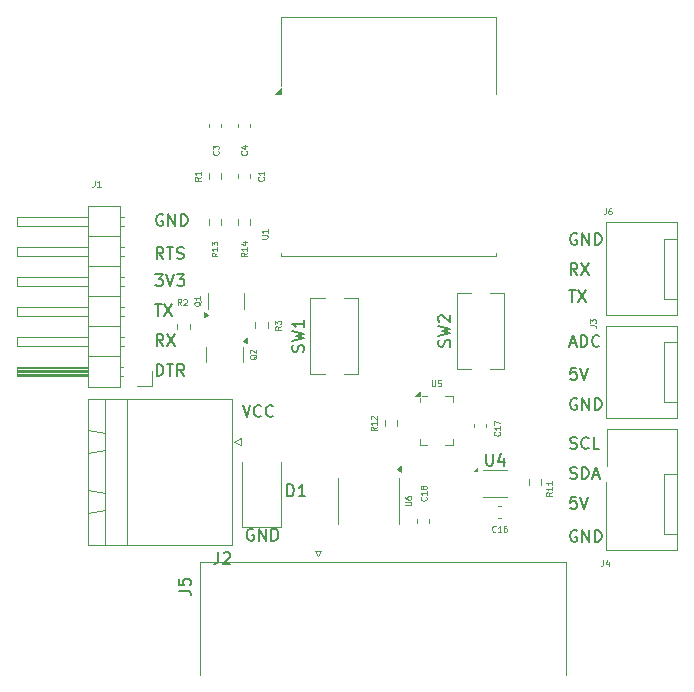
<source format=gbr>
%TF.GenerationSoftware,KiCad,Pcbnew,9.0.0*%
%TF.CreationDate,2025-03-19T13:45:40+03:00*%
%TF.ProjectId,End_striyel Sens_r Mod_l_,456e64fc-7374-4726-9979-656c2053656e,rev?*%
%TF.SameCoordinates,Original*%
%TF.FileFunction,Legend,Top*%
%TF.FilePolarity,Positive*%
%FSLAX46Y46*%
G04 Gerber Fmt 4.6, Leading zero omitted, Abs format (unit mm)*
G04 Created by KiCad (PCBNEW 9.0.0) date 2025-03-19 13:45:40*
%MOMM*%
%LPD*%
G01*
G04 APERTURE LIST*
%ADD10C,0.200000*%
%ADD11C,0.125000*%
%ADD12C,0.150000*%
%ADD13C,0.100000*%
%ADD14C,0.120000*%
G04 APERTURE END LIST*
D10*
X167723863Y-98512219D02*
X167247673Y-98512219D01*
X167247673Y-98512219D02*
X167200054Y-98988409D01*
X167200054Y-98988409D02*
X167247673Y-98940790D01*
X167247673Y-98940790D02*
X167342911Y-98893171D01*
X167342911Y-98893171D02*
X167581006Y-98893171D01*
X167581006Y-98893171D02*
X167676244Y-98940790D01*
X167676244Y-98940790D02*
X167723863Y-98988409D01*
X167723863Y-98988409D02*
X167771482Y-99083647D01*
X167771482Y-99083647D02*
X167771482Y-99321742D01*
X167771482Y-99321742D02*
X167723863Y-99416980D01*
X167723863Y-99416980D02*
X167676244Y-99464600D01*
X167676244Y-99464600D02*
X167581006Y-99512219D01*
X167581006Y-99512219D02*
X167342911Y-99512219D01*
X167342911Y-99512219D02*
X167247673Y-99464600D01*
X167247673Y-99464600D02*
X167200054Y-99416980D01*
X168057197Y-98512219D02*
X168390530Y-99512219D01*
X168390530Y-99512219D02*
X168723863Y-98512219D01*
X132767101Y-78352219D02*
X132433768Y-77876028D01*
X132195673Y-78352219D02*
X132195673Y-77352219D01*
X132195673Y-77352219D02*
X132576625Y-77352219D01*
X132576625Y-77352219D02*
X132671863Y-77399838D01*
X132671863Y-77399838D02*
X132719482Y-77447457D01*
X132719482Y-77447457D02*
X132767101Y-77542695D01*
X132767101Y-77542695D02*
X132767101Y-77685552D01*
X132767101Y-77685552D02*
X132719482Y-77780790D01*
X132719482Y-77780790D02*
X132671863Y-77828409D01*
X132671863Y-77828409D02*
X132576625Y-77876028D01*
X132576625Y-77876028D02*
X132195673Y-77876028D01*
X133052816Y-77352219D02*
X133624244Y-77352219D01*
X133338530Y-78352219D02*
X133338530Y-77352219D01*
X133909959Y-78304600D02*
X134052816Y-78352219D01*
X134052816Y-78352219D02*
X134290911Y-78352219D01*
X134290911Y-78352219D02*
X134386149Y-78304600D01*
X134386149Y-78304600D02*
X134433768Y-78256980D01*
X134433768Y-78256980D02*
X134481387Y-78161742D01*
X134481387Y-78161742D02*
X134481387Y-78066504D01*
X134481387Y-78066504D02*
X134433768Y-77971266D01*
X134433768Y-77971266D02*
X134386149Y-77923647D01*
X134386149Y-77923647D02*
X134290911Y-77876028D01*
X134290911Y-77876028D02*
X134100435Y-77828409D01*
X134100435Y-77828409D02*
X134005197Y-77780790D01*
X134005197Y-77780790D02*
X133957578Y-77733171D01*
X133957578Y-77733171D02*
X133909959Y-77637933D01*
X133909959Y-77637933D02*
X133909959Y-77542695D01*
X133909959Y-77542695D02*
X133957578Y-77447457D01*
X133957578Y-77447457D02*
X134005197Y-77399838D01*
X134005197Y-77399838D02*
X134100435Y-77352219D01*
X134100435Y-77352219D02*
X134338530Y-77352219D01*
X134338530Y-77352219D02*
X134481387Y-77399838D01*
X167200054Y-96924600D02*
X167342911Y-96972219D01*
X167342911Y-96972219D02*
X167581006Y-96972219D01*
X167581006Y-96972219D02*
X167676244Y-96924600D01*
X167676244Y-96924600D02*
X167723863Y-96876980D01*
X167723863Y-96876980D02*
X167771482Y-96781742D01*
X167771482Y-96781742D02*
X167771482Y-96686504D01*
X167771482Y-96686504D02*
X167723863Y-96591266D01*
X167723863Y-96591266D02*
X167676244Y-96543647D01*
X167676244Y-96543647D02*
X167581006Y-96496028D01*
X167581006Y-96496028D02*
X167390530Y-96448409D01*
X167390530Y-96448409D02*
X167295292Y-96400790D01*
X167295292Y-96400790D02*
X167247673Y-96353171D01*
X167247673Y-96353171D02*
X167200054Y-96257933D01*
X167200054Y-96257933D02*
X167200054Y-96162695D01*
X167200054Y-96162695D02*
X167247673Y-96067457D01*
X167247673Y-96067457D02*
X167295292Y-96019838D01*
X167295292Y-96019838D02*
X167390530Y-95972219D01*
X167390530Y-95972219D02*
X167628625Y-95972219D01*
X167628625Y-95972219D02*
X167771482Y-96019838D01*
X168200054Y-96972219D02*
X168200054Y-95972219D01*
X168200054Y-95972219D02*
X168438149Y-95972219D01*
X168438149Y-95972219D02*
X168581006Y-96019838D01*
X168581006Y-96019838D02*
X168676244Y-96115076D01*
X168676244Y-96115076D02*
X168723863Y-96210314D01*
X168723863Y-96210314D02*
X168771482Y-96400790D01*
X168771482Y-96400790D02*
X168771482Y-96543647D01*
X168771482Y-96543647D02*
X168723863Y-96734123D01*
X168723863Y-96734123D02*
X168676244Y-96829361D01*
X168676244Y-96829361D02*
X168581006Y-96924600D01*
X168581006Y-96924600D02*
X168438149Y-96972219D01*
X168438149Y-96972219D02*
X168200054Y-96972219D01*
X169152435Y-96686504D02*
X169628625Y-96686504D01*
X169057197Y-96972219D02*
X169390530Y-95972219D01*
X169390530Y-95972219D02*
X169723863Y-96972219D01*
X132195673Y-88258219D02*
X132195673Y-87258219D01*
X132195673Y-87258219D02*
X132433768Y-87258219D01*
X132433768Y-87258219D02*
X132576625Y-87305838D01*
X132576625Y-87305838D02*
X132671863Y-87401076D01*
X132671863Y-87401076D02*
X132719482Y-87496314D01*
X132719482Y-87496314D02*
X132767101Y-87686790D01*
X132767101Y-87686790D02*
X132767101Y-87829647D01*
X132767101Y-87829647D02*
X132719482Y-88020123D01*
X132719482Y-88020123D02*
X132671863Y-88115361D01*
X132671863Y-88115361D02*
X132576625Y-88210600D01*
X132576625Y-88210600D02*
X132433768Y-88258219D01*
X132433768Y-88258219D02*
X132195673Y-88258219D01*
X133052816Y-87258219D02*
X133624244Y-87258219D01*
X133338530Y-88258219D02*
X133338530Y-87258219D01*
X134529006Y-88258219D02*
X134195673Y-87782028D01*
X133957578Y-88258219D02*
X133957578Y-87258219D01*
X133957578Y-87258219D02*
X134338530Y-87258219D01*
X134338530Y-87258219D02*
X134433768Y-87305838D01*
X134433768Y-87305838D02*
X134481387Y-87353457D01*
X134481387Y-87353457D02*
X134529006Y-87448695D01*
X134529006Y-87448695D02*
X134529006Y-87591552D01*
X134529006Y-87591552D02*
X134481387Y-87686790D01*
X134481387Y-87686790D02*
X134433768Y-87734409D01*
X134433768Y-87734409D02*
X134338530Y-87782028D01*
X134338530Y-87782028D02*
X133957578Y-87782028D01*
X167200054Y-85510504D02*
X167676244Y-85510504D01*
X167104816Y-85796219D02*
X167438149Y-84796219D01*
X167438149Y-84796219D02*
X167771482Y-85796219D01*
X168104816Y-85796219D02*
X168104816Y-84796219D01*
X168104816Y-84796219D02*
X168342911Y-84796219D01*
X168342911Y-84796219D02*
X168485768Y-84843838D01*
X168485768Y-84843838D02*
X168581006Y-84939076D01*
X168581006Y-84939076D02*
X168628625Y-85034314D01*
X168628625Y-85034314D02*
X168676244Y-85224790D01*
X168676244Y-85224790D02*
X168676244Y-85367647D01*
X168676244Y-85367647D02*
X168628625Y-85558123D01*
X168628625Y-85558123D02*
X168581006Y-85653361D01*
X168581006Y-85653361D02*
X168485768Y-85748600D01*
X168485768Y-85748600D02*
X168342911Y-85796219D01*
X168342911Y-85796219D02*
X168104816Y-85796219D01*
X169676244Y-85700980D02*
X169628625Y-85748600D01*
X169628625Y-85748600D02*
X169485768Y-85796219D01*
X169485768Y-85796219D02*
X169390530Y-85796219D01*
X169390530Y-85796219D02*
X169247673Y-85748600D01*
X169247673Y-85748600D02*
X169152435Y-85653361D01*
X169152435Y-85653361D02*
X169104816Y-85558123D01*
X169104816Y-85558123D02*
X169057197Y-85367647D01*
X169057197Y-85367647D02*
X169057197Y-85224790D01*
X169057197Y-85224790D02*
X169104816Y-85034314D01*
X169104816Y-85034314D02*
X169152435Y-84939076D01*
X169152435Y-84939076D02*
X169247673Y-84843838D01*
X169247673Y-84843838D02*
X169390530Y-84796219D01*
X169390530Y-84796219D02*
X169485768Y-84796219D01*
X169485768Y-84796219D02*
X169628625Y-84843838D01*
X169628625Y-84843838D02*
X169676244Y-84891457D01*
X132767101Y-85718219D02*
X132433768Y-85242028D01*
X132195673Y-85718219D02*
X132195673Y-84718219D01*
X132195673Y-84718219D02*
X132576625Y-84718219D01*
X132576625Y-84718219D02*
X132671863Y-84765838D01*
X132671863Y-84765838D02*
X132719482Y-84813457D01*
X132719482Y-84813457D02*
X132767101Y-84908695D01*
X132767101Y-84908695D02*
X132767101Y-85051552D01*
X132767101Y-85051552D02*
X132719482Y-85146790D01*
X132719482Y-85146790D02*
X132671863Y-85194409D01*
X132671863Y-85194409D02*
X132576625Y-85242028D01*
X132576625Y-85242028D02*
X132195673Y-85242028D01*
X133100435Y-84718219D02*
X133767101Y-85718219D01*
X133767101Y-84718219D02*
X133100435Y-85718219D01*
X140393482Y-101249838D02*
X140298244Y-101202219D01*
X140298244Y-101202219D02*
X140155387Y-101202219D01*
X140155387Y-101202219D02*
X140012530Y-101249838D01*
X140012530Y-101249838D02*
X139917292Y-101345076D01*
X139917292Y-101345076D02*
X139869673Y-101440314D01*
X139869673Y-101440314D02*
X139822054Y-101630790D01*
X139822054Y-101630790D02*
X139822054Y-101773647D01*
X139822054Y-101773647D02*
X139869673Y-101964123D01*
X139869673Y-101964123D02*
X139917292Y-102059361D01*
X139917292Y-102059361D02*
X140012530Y-102154600D01*
X140012530Y-102154600D02*
X140155387Y-102202219D01*
X140155387Y-102202219D02*
X140250625Y-102202219D01*
X140250625Y-102202219D02*
X140393482Y-102154600D01*
X140393482Y-102154600D02*
X140441101Y-102106980D01*
X140441101Y-102106980D02*
X140441101Y-101773647D01*
X140441101Y-101773647D02*
X140250625Y-101773647D01*
X140869673Y-102202219D02*
X140869673Y-101202219D01*
X140869673Y-101202219D02*
X141441101Y-102202219D01*
X141441101Y-102202219D02*
X141441101Y-101202219D01*
X141917292Y-102202219D02*
X141917292Y-101202219D01*
X141917292Y-101202219D02*
X142155387Y-101202219D01*
X142155387Y-101202219D02*
X142298244Y-101249838D01*
X142298244Y-101249838D02*
X142393482Y-101345076D01*
X142393482Y-101345076D02*
X142441101Y-101440314D01*
X142441101Y-101440314D02*
X142488720Y-101630790D01*
X142488720Y-101630790D02*
X142488720Y-101773647D01*
X142488720Y-101773647D02*
X142441101Y-101964123D01*
X142441101Y-101964123D02*
X142393482Y-102059361D01*
X142393482Y-102059361D02*
X142298244Y-102154600D01*
X142298244Y-102154600D02*
X142155387Y-102202219D01*
X142155387Y-102202219D02*
X141917292Y-102202219D01*
X167819101Y-79700219D02*
X167485768Y-79224028D01*
X167247673Y-79700219D02*
X167247673Y-78700219D01*
X167247673Y-78700219D02*
X167628625Y-78700219D01*
X167628625Y-78700219D02*
X167723863Y-78747838D01*
X167723863Y-78747838D02*
X167771482Y-78795457D01*
X167771482Y-78795457D02*
X167819101Y-78890695D01*
X167819101Y-78890695D02*
X167819101Y-79033552D01*
X167819101Y-79033552D02*
X167771482Y-79128790D01*
X167771482Y-79128790D02*
X167723863Y-79176409D01*
X167723863Y-79176409D02*
X167628625Y-79224028D01*
X167628625Y-79224028D02*
X167247673Y-79224028D01*
X168152435Y-78700219D02*
X168819101Y-79700219D01*
X168819101Y-78700219D02*
X168152435Y-79700219D01*
X167771482Y-90177838D02*
X167676244Y-90130219D01*
X167676244Y-90130219D02*
X167533387Y-90130219D01*
X167533387Y-90130219D02*
X167390530Y-90177838D01*
X167390530Y-90177838D02*
X167295292Y-90273076D01*
X167295292Y-90273076D02*
X167247673Y-90368314D01*
X167247673Y-90368314D02*
X167200054Y-90558790D01*
X167200054Y-90558790D02*
X167200054Y-90701647D01*
X167200054Y-90701647D02*
X167247673Y-90892123D01*
X167247673Y-90892123D02*
X167295292Y-90987361D01*
X167295292Y-90987361D02*
X167390530Y-91082600D01*
X167390530Y-91082600D02*
X167533387Y-91130219D01*
X167533387Y-91130219D02*
X167628625Y-91130219D01*
X167628625Y-91130219D02*
X167771482Y-91082600D01*
X167771482Y-91082600D02*
X167819101Y-91034980D01*
X167819101Y-91034980D02*
X167819101Y-90701647D01*
X167819101Y-90701647D02*
X167628625Y-90701647D01*
X168247673Y-91130219D02*
X168247673Y-90130219D01*
X168247673Y-90130219D02*
X168819101Y-91130219D01*
X168819101Y-91130219D02*
X168819101Y-90130219D01*
X169295292Y-91130219D02*
X169295292Y-90130219D01*
X169295292Y-90130219D02*
X169533387Y-90130219D01*
X169533387Y-90130219D02*
X169676244Y-90177838D01*
X169676244Y-90177838D02*
X169771482Y-90273076D01*
X169771482Y-90273076D02*
X169819101Y-90368314D01*
X169819101Y-90368314D02*
X169866720Y-90558790D01*
X169866720Y-90558790D02*
X169866720Y-90701647D01*
X169866720Y-90701647D02*
X169819101Y-90892123D01*
X169819101Y-90892123D02*
X169771482Y-90987361D01*
X169771482Y-90987361D02*
X169676244Y-91082600D01*
X169676244Y-91082600D02*
X169533387Y-91130219D01*
X169533387Y-91130219D02*
X169295292Y-91130219D01*
X167723863Y-87590219D02*
X167247673Y-87590219D01*
X167247673Y-87590219D02*
X167200054Y-88066409D01*
X167200054Y-88066409D02*
X167247673Y-88018790D01*
X167247673Y-88018790D02*
X167342911Y-87971171D01*
X167342911Y-87971171D02*
X167581006Y-87971171D01*
X167581006Y-87971171D02*
X167676244Y-88018790D01*
X167676244Y-88018790D02*
X167723863Y-88066409D01*
X167723863Y-88066409D02*
X167771482Y-88161647D01*
X167771482Y-88161647D02*
X167771482Y-88399742D01*
X167771482Y-88399742D02*
X167723863Y-88494980D01*
X167723863Y-88494980D02*
X167676244Y-88542600D01*
X167676244Y-88542600D02*
X167581006Y-88590219D01*
X167581006Y-88590219D02*
X167342911Y-88590219D01*
X167342911Y-88590219D02*
X167247673Y-88542600D01*
X167247673Y-88542600D02*
X167200054Y-88494980D01*
X168057197Y-87590219D02*
X168390530Y-88590219D01*
X168390530Y-88590219D02*
X168723863Y-87590219D01*
X132100435Y-79638219D02*
X132719482Y-79638219D01*
X132719482Y-79638219D02*
X132386149Y-80019171D01*
X132386149Y-80019171D02*
X132529006Y-80019171D01*
X132529006Y-80019171D02*
X132624244Y-80066790D01*
X132624244Y-80066790D02*
X132671863Y-80114409D01*
X132671863Y-80114409D02*
X132719482Y-80209647D01*
X132719482Y-80209647D02*
X132719482Y-80447742D01*
X132719482Y-80447742D02*
X132671863Y-80542980D01*
X132671863Y-80542980D02*
X132624244Y-80590600D01*
X132624244Y-80590600D02*
X132529006Y-80638219D01*
X132529006Y-80638219D02*
X132243292Y-80638219D01*
X132243292Y-80638219D02*
X132148054Y-80590600D01*
X132148054Y-80590600D02*
X132100435Y-80542980D01*
X133005197Y-79638219D02*
X133338530Y-80638219D01*
X133338530Y-80638219D02*
X133671863Y-79638219D01*
X133909959Y-79638219D02*
X134529006Y-79638219D01*
X134529006Y-79638219D02*
X134195673Y-80019171D01*
X134195673Y-80019171D02*
X134338530Y-80019171D01*
X134338530Y-80019171D02*
X134433768Y-80066790D01*
X134433768Y-80066790D02*
X134481387Y-80114409D01*
X134481387Y-80114409D02*
X134529006Y-80209647D01*
X134529006Y-80209647D02*
X134529006Y-80447742D01*
X134529006Y-80447742D02*
X134481387Y-80542980D01*
X134481387Y-80542980D02*
X134433768Y-80590600D01*
X134433768Y-80590600D02*
X134338530Y-80638219D01*
X134338530Y-80638219D02*
X134052816Y-80638219D01*
X134052816Y-80638219D02*
X133957578Y-80590600D01*
X133957578Y-80590600D02*
X133909959Y-80542980D01*
X167771482Y-76207838D02*
X167676244Y-76160219D01*
X167676244Y-76160219D02*
X167533387Y-76160219D01*
X167533387Y-76160219D02*
X167390530Y-76207838D01*
X167390530Y-76207838D02*
X167295292Y-76303076D01*
X167295292Y-76303076D02*
X167247673Y-76398314D01*
X167247673Y-76398314D02*
X167200054Y-76588790D01*
X167200054Y-76588790D02*
X167200054Y-76731647D01*
X167200054Y-76731647D02*
X167247673Y-76922123D01*
X167247673Y-76922123D02*
X167295292Y-77017361D01*
X167295292Y-77017361D02*
X167390530Y-77112600D01*
X167390530Y-77112600D02*
X167533387Y-77160219D01*
X167533387Y-77160219D02*
X167628625Y-77160219D01*
X167628625Y-77160219D02*
X167771482Y-77112600D01*
X167771482Y-77112600D02*
X167819101Y-77064980D01*
X167819101Y-77064980D02*
X167819101Y-76731647D01*
X167819101Y-76731647D02*
X167628625Y-76731647D01*
X168247673Y-77160219D02*
X168247673Y-76160219D01*
X168247673Y-76160219D02*
X168819101Y-77160219D01*
X168819101Y-77160219D02*
X168819101Y-76160219D01*
X169295292Y-77160219D02*
X169295292Y-76160219D01*
X169295292Y-76160219D02*
X169533387Y-76160219D01*
X169533387Y-76160219D02*
X169676244Y-76207838D01*
X169676244Y-76207838D02*
X169771482Y-76303076D01*
X169771482Y-76303076D02*
X169819101Y-76398314D01*
X169819101Y-76398314D02*
X169866720Y-76588790D01*
X169866720Y-76588790D02*
X169866720Y-76731647D01*
X169866720Y-76731647D02*
X169819101Y-76922123D01*
X169819101Y-76922123D02*
X169771482Y-77017361D01*
X169771482Y-77017361D02*
X169676244Y-77112600D01*
X169676244Y-77112600D02*
X169533387Y-77160219D01*
X169533387Y-77160219D02*
X169295292Y-77160219D01*
X167104816Y-80986219D02*
X167676244Y-80986219D01*
X167390530Y-81986219D02*
X167390530Y-80986219D01*
X167914340Y-80986219D02*
X168581006Y-81986219D01*
X168581006Y-80986219D02*
X167914340Y-81986219D01*
X139476816Y-90739819D02*
X139810149Y-91739819D01*
X139810149Y-91739819D02*
X140143482Y-90739819D01*
X141048244Y-91644580D02*
X141000625Y-91692200D01*
X141000625Y-91692200D02*
X140857768Y-91739819D01*
X140857768Y-91739819D02*
X140762530Y-91739819D01*
X140762530Y-91739819D02*
X140619673Y-91692200D01*
X140619673Y-91692200D02*
X140524435Y-91596961D01*
X140524435Y-91596961D02*
X140476816Y-91501723D01*
X140476816Y-91501723D02*
X140429197Y-91311247D01*
X140429197Y-91311247D02*
X140429197Y-91168390D01*
X140429197Y-91168390D02*
X140476816Y-90977914D01*
X140476816Y-90977914D02*
X140524435Y-90882676D01*
X140524435Y-90882676D02*
X140619673Y-90787438D01*
X140619673Y-90787438D02*
X140762530Y-90739819D01*
X140762530Y-90739819D02*
X140857768Y-90739819D01*
X140857768Y-90739819D02*
X141000625Y-90787438D01*
X141000625Y-90787438D02*
X141048244Y-90835057D01*
X142048244Y-91644580D02*
X142000625Y-91692200D01*
X142000625Y-91692200D02*
X141857768Y-91739819D01*
X141857768Y-91739819D02*
X141762530Y-91739819D01*
X141762530Y-91739819D02*
X141619673Y-91692200D01*
X141619673Y-91692200D02*
X141524435Y-91596961D01*
X141524435Y-91596961D02*
X141476816Y-91501723D01*
X141476816Y-91501723D02*
X141429197Y-91311247D01*
X141429197Y-91311247D02*
X141429197Y-91168390D01*
X141429197Y-91168390D02*
X141476816Y-90977914D01*
X141476816Y-90977914D02*
X141524435Y-90882676D01*
X141524435Y-90882676D02*
X141619673Y-90787438D01*
X141619673Y-90787438D02*
X141762530Y-90739819D01*
X141762530Y-90739819D02*
X141857768Y-90739819D01*
X141857768Y-90739819D02*
X142000625Y-90787438D01*
X142000625Y-90787438D02*
X142048244Y-90835057D01*
X167200054Y-94384600D02*
X167342911Y-94432219D01*
X167342911Y-94432219D02*
X167581006Y-94432219D01*
X167581006Y-94432219D02*
X167676244Y-94384600D01*
X167676244Y-94384600D02*
X167723863Y-94336980D01*
X167723863Y-94336980D02*
X167771482Y-94241742D01*
X167771482Y-94241742D02*
X167771482Y-94146504D01*
X167771482Y-94146504D02*
X167723863Y-94051266D01*
X167723863Y-94051266D02*
X167676244Y-94003647D01*
X167676244Y-94003647D02*
X167581006Y-93956028D01*
X167581006Y-93956028D02*
X167390530Y-93908409D01*
X167390530Y-93908409D02*
X167295292Y-93860790D01*
X167295292Y-93860790D02*
X167247673Y-93813171D01*
X167247673Y-93813171D02*
X167200054Y-93717933D01*
X167200054Y-93717933D02*
X167200054Y-93622695D01*
X167200054Y-93622695D02*
X167247673Y-93527457D01*
X167247673Y-93527457D02*
X167295292Y-93479838D01*
X167295292Y-93479838D02*
X167390530Y-93432219D01*
X167390530Y-93432219D02*
X167628625Y-93432219D01*
X167628625Y-93432219D02*
X167771482Y-93479838D01*
X168771482Y-94336980D02*
X168723863Y-94384600D01*
X168723863Y-94384600D02*
X168581006Y-94432219D01*
X168581006Y-94432219D02*
X168485768Y-94432219D01*
X168485768Y-94432219D02*
X168342911Y-94384600D01*
X168342911Y-94384600D02*
X168247673Y-94289361D01*
X168247673Y-94289361D02*
X168200054Y-94194123D01*
X168200054Y-94194123D02*
X168152435Y-94003647D01*
X168152435Y-94003647D02*
X168152435Y-93860790D01*
X168152435Y-93860790D02*
X168200054Y-93670314D01*
X168200054Y-93670314D02*
X168247673Y-93575076D01*
X168247673Y-93575076D02*
X168342911Y-93479838D01*
X168342911Y-93479838D02*
X168485768Y-93432219D01*
X168485768Y-93432219D02*
X168581006Y-93432219D01*
X168581006Y-93432219D02*
X168723863Y-93479838D01*
X168723863Y-93479838D02*
X168771482Y-93527457D01*
X169676244Y-94432219D02*
X169200054Y-94432219D01*
X169200054Y-94432219D02*
X169200054Y-93432219D01*
X132719482Y-74605838D02*
X132624244Y-74558219D01*
X132624244Y-74558219D02*
X132481387Y-74558219D01*
X132481387Y-74558219D02*
X132338530Y-74605838D01*
X132338530Y-74605838D02*
X132243292Y-74701076D01*
X132243292Y-74701076D02*
X132195673Y-74796314D01*
X132195673Y-74796314D02*
X132148054Y-74986790D01*
X132148054Y-74986790D02*
X132148054Y-75129647D01*
X132148054Y-75129647D02*
X132195673Y-75320123D01*
X132195673Y-75320123D02*
X132243292Y-75415361D01*
X132243292Y-75415361D02*
X132338530Y-75510600D01*
X132338530Y-75510600D02*
X132481387Y-75558219D01*
X132481387Y-75558219D02*
X132576625Y-75558219D01*
X132576625Y-75558219D02*
X132719482Y-75510600D01*
X132719482Y-75510600D02*
X132767101Y-75462980D01*
X132767101Y-75462980D02*
X132767101Y-75129647D01*
X132767101Y-75129647D02*
X132576625Y-75129647D01*
X133195673Y-75558219D02*
X133195673Y-74558219D01*
X133195673Y-74558219D02*
X133767101Y-75558219D01*
X133767101Y-75558219D02*
X133767101Y-74558219D01*
X134243292Y-75558219D02*
X134243292Y-74558219D01*
X134243292Y-74558219D02*
X134481387Y-74558219D01*
X134481387Y-74558219D02*
X134624244Y-74605838D01*
X134624244Y-74605838D02*
X134719482Y-74701076D01*
X134719482Y-74701076D02*
X134767101Y-74796314D01*
X134767101Y-74796314D02*
X134814720Y-74986790D01*
X134814720Y-74986790D02*
X134814720Y-75129647D01*
X134814720Y-75129647D02*
X134767101Y-75320123D01*
X134767101Y-75320123D02*
X134719482Y-75415361D01*
X134719482Y-75415361D02*
X134624244Y-75510600D01*
X134624244Y-75510600D02*
X134481387Y-75558219D01*
X134481387Y-75558219D02*
X134243292Y-75558219D01*
X132052816Y-82178219D02*
X132624244Y-82178219D01*
X132338530Y-83178219D02*
X132338530Y-82178219D01*
X132862340Y-82178219D02*
X133529006Y-83178219D01*
X133529006Y-82178219D02*
X132862340Y-83178219D01*
X167771482Y-101353838D02*
X167676244Y-101306219D01*
X167676244Y-101306219D02*
X167533387Y-101306219D01*
X167533387Y-101306219D02*
X167390530Y-101353838D01*
X167390530Y-101353838D02*
X167295292Y-101449076D01*
X167295292Y-101449076D02*
X167247673Y-101544314D01*
X167247673Y-101544314D02*
X167200054Y-101734790D01*
X167200054Y-101734790D02*
X167200054Y-101877647D01*
X167200054Y-101877647D02*
X167247673Y-102068123D01*
X167247673Y-102068123D02*
X167295292Y-102163361D01*
X167295292Y-102163361D02*
X167390530Y-102258600D01*
X167390530Y-102258600D02*
X167533387Y-102306219D01*
X167533387Y-102306219D02*
X167628625Y-102306219D01*
X167628625Y-102306219D02*
X167771482Y-102258600D01*
X167771482Y-102258600D02*
X167819101Y-102210980D01*
X167819101Y-102210980D02*
X167819101Y-101877647D01*
X167819101Y-101877647D02*
X167628625Y-101877647D01*
X168247673Y-102306219D02*
X168247673Y-101306219D01*
X168247673Y-101306219D02*
X168819101Y-102306219D01*
X168819101Y-102306219D02*
X168819101Y-101306219D01*
X169295292Y-102306219D02*
X169295292Y-101306219D01*
X169295292Y-101306219D02*
X169533387Y-101306219D01*
X169533387Y-101306219D02*
X169676244Y-101353838D01*
X169676244Y-101353838D02*
X169771482Y-101449076D01*
X169771482Y-101449076D02*
X169819101Y-101544314D01*
X169819101Y-101544314D02*
X169866720Y-101734790D01*
X169866720Y-101734790D02*
X169866720Y-101877647D01*
X169866720Y-101877647D02*
X169819101Y-102068123D01*
X169819101Y-102068123D02*
X169771482Y-102163361D01*
X169771482Y-102163361D02*
X169676244Y-102258600D01*
X169676244Y-102258600D02*
X169533387Y-102306219D01*
X169533387Y-102306219D02*
X169295292Y-102306219D01*
D11*
X161227190Y-93021428D02*
X161251000Y-93045237D01*
X161251000Y-93045237D02*
X161274809Y-93116666D01*
X161274809Y-93116666D02*
X161274809Y-93164285D01*
X161274809Y-93164285D02*
X161251000Y-93235713D01*
X161251000Y-93235713D02*
X161203380Y-93283332D01*
X161203380Y-93283332D02*
X161155761Y-93307142D01*
X161155761Y-93307142D02*
X161060523Y-93330951D01*
X161060523Y-93330951D02*
X160989095Y-93330951D01*
X160989095Y-93330951D02*
X160893857Y-93307142D01*
X160893857Y-93307142D02*
X160846238Y-93283332D01*
X160846238Y-93283332D02*
X160798619Y-93235713D01*
X160798619Y-93235713D02*
X160774809Y-93164285D01*
X160774809Y-93164285D02*
X160774809Y-93116666D01*
X160774809Y-93116666D02*
X160798619Y-93045237D01*
X160798619Y-93045237D02*
X160822428Y-93021428D01*
X161274809Y-92545237D02*
X161274809Y-92830951D01*
X161274809Y-92688094D02*
X160774809Y-92688094D01*
X160774809Y-92688094D02*
X160846238Y-92735713D01*
X160846238Y-92735713D02*
X160893857Y-92783332D01*
X160893857Y-92783332D02*
X160917666Y-92830951D01*
X160774809Y-92378571D02*
X160774809Y-92045238D01*
X160774809Y-92045238D02*
X161274809Y-92259523D01*
X139802190Y-69233333D02*
X139826000Y-69257142D01*
X139826000Y-69257142D02*
X139849809Y-69328571D01*
X139849809Y-69328571D02*
X139849809Y-69376190D01*
X139849809Y-69376190D02*
X139826000Y-69447618D01*
X139826000Y-69447618D02*
X139778380Y-69495237D01*
X139778380Y-69495237D02*
X139730761Y-69519047D01*
X139730761Y-69519047D02*
X139635523Y-69542856D01*
X139635523Y-69542856D02*
X139564095Y-69542856D01*
X139564095Y-69542856D02*
X139468857Y-69519047D01*
X139468857Y-69519047D02*
X139421238Y-69495237D01*
X139421238Y-69495237D02*
X139373619Y-69447618D01*
X139373619Y-69447618D02*
X139349809Y-69376190D01*
X139349809Y-69376190D02*
X139349809Y-69328571D01*
X139349809Y-69328571D02*
X139373619Y-69257142D01*
X139373619Y-69257142D02*
X139397428Y-69233333D01*
X139516476Y-68804761D02*
X139849809Y-68804761D01*
X139326000Y-68923809D02*
X139683142Y-69042856D01*
X139683142Y-69042856D02*
X139683142Y-68733333D01*
D12*
X143261905Y-98454819D02*
X143261905Y-97454819D01*
X143261905Y-97454819D02*
X143500000Y-97454819D01*
X143500000Y-97454819D02*
X143642857Y-97502438D01*
X143642857Y-97502438D02*
X143738095Y-97597676D01*
X143738095Y-97597676D02*
X143785714Y-97692914D01*
X143785714Y-97692914D02*
X143833333Y-97883390D01*
X143833333Y-97883390D02*
X143833333Y-98026247D01*
X143833333Y-98026247D02*
X143785714Y-98216723D01*
X143785714Y-98216723D02*
X143738095Y-98311961D01*
X143738095Y-98311961D02*
X143642857Y-98407200D01*
X143642857Y-98407200D02*
X143500000Y-98454819D01*
X143500000Y-98454819D02*
X143261905Y-98454819D01*
X144785714Y-98454819D02*
X144214286Y-98454819D01*
X144500000Y-98454819D02*
X144500000Y-97454819D01*
X144500000Y-97454819D02*
X144404762Y-97597676D01*
X144404762Y-97597676D02*
X144309524Y-97692914D01*
X144309524Y-97692914D02*
X144214286Y-97740533D01*
D11*
X153249809Y-99230952D02*
X153654571Y-99230952D01*
X153654571Y-99230952D02*
X153702190Y-99207142D01*
X153702190Y-99207142D02*
X153726000Y-99183333D01*
X153726000Y-99183333D02*
X153749809Y-99135714D01*
X153749809Y-99135714D02*
X153749809Y-99040476D01*
X153749809Y-99040476D02*
X153726000Y-98992857D01*
X153726000Y-98992857D02*
X153702190Y-98969047D01*
X153702190Y-98969047D02*
X153654571Y-98945238D01*
X153654571Y-98945238D02*
X153249809Y-98945238D01*
X153249809Y-98492856D02*
X153249809Y-98588094D01*
X153249809Y-98588094D02*
X153273619Y-98635713D01*
X153273619Y-98635713D02*
X153297428Y-98659523D01*
X153297428Y-98659523D02*
X153368857Y-98707142D01*
X153368857Y-98707142D02*
X153464095Y-98730951D01*
X153464095Y-98730951D02*
X153654571Y-98730951D01*
X153654571Y-98730951D02*
X153702190Y-98707142D01*
X153702190Y-98707142D02*
X153726000Y-98683332D01*
X153726000Y-98683332D02*
X153749809Y-98635713D01*
X153749809Y-98635713D02*
X153749809Y-98540475D01*
X153749809Y-98540475D02*
X153726000Y-98492856D01*
X153726000Y-98492856D02*
X153702190Y-98469047D01*
X153702190Y-98469047D02*
X153654571Y-98445237D01*
X153654571Y-98445237D02*
X153535523Y-98445237D01*
X153535523Y-98445237D02*
X153487904Y-98469047D01*
X153487904Y-98469047D02*
X153464095Y-98492856D01*
X153464095Y-98492856D02*
X153440285Y-98540475D01*
X153440285Y-98540475D02*
X153440285Y-98635713D01*
X153440285Y-98635713D02*
X153464095Y-98683332D01*
X153464095Y-98683332D02*
X153487904Y-98707142D01*
X153487904Y-98707142D02*
X153535523Y-98730951D01*
X140647428Y-86485119D02*
X140623619Y-86532738D01*
X140623619Y-86532738D02*
X140576000Y-86580357D01*
X140576000Y-86580357D02*
X140504571Y-86651785D01*
X140504571Y-86651785D02*
X140480761Y-86699404D01*
X140480761Y-86699404D02*
X140480761Y-86747023D01*
X140599809Y-86723214D02*
X140576000Y-86770833D01*
X140576000Y-86770833D02*
X140528380Y-86818452D01*
X140528380Y-86818452D02*
X140433142Y-86842261D01*
X140433142Y-86842261D02*
X140266476Y-86842261D01*
X140266476Y-86842261D02*
X140171238Y-86818452D01*
X140171238Y-86818452D02*
X140123619Y-86770833D01*
X140123619Y-86770833D02*
X140099809Y-86723214D01*
X140099809Y-86723214D02*
X140099809Y-86627976D01*
X140099809Y-86627976D02*
X140123619Y-86580357D01*
X140123619Y-86580357D02*
X140171238Y-86532738D01*
X140171238Y-86532738D02*
X140266476Y-86508928D01*
X140266476Y-86508928D02*
X140433142Y-86508928D01*
X140433142Y-86508928D02*
X140528380Y-86532738D01*
X140528380Y-86532738D02*
X140576000Y-86580357D01*
X140576000Y-86580357D02*
X140599809Y-86627976D01*
X140599809Y-86627976D02*
X140599809Y-86723214D01*
X140147428Y-86318451D02*
X140123619Y-86294642D01*
X140123619Y-86294642D02*
X140099809Y-86247023D01*
X140099809Y-86247023D02*
X140099809Y-86127975D01*
X140099809Y-86127975D02*
X140123619Y-86080356D01*
X140123619Y-86080356D02*
X140147428Y-86056547D01*
X140147428Y-86056547D02*
X140195047Y-86032737D01*
X140195047Y-86032737D02*
X140242666Y-86032737D01*
X140242666Y-86032737D02*
X140314095Y-86056547D01*
X140314095Y-86056547D02*
X140599809Y-86342261D01*
X140599809Y-86342261D02*
X140599809Y-86032737D01*
D13*
X155003490Y-98521428D02*
X155027300Y-98545237D01*
X155027300Y-98545237D02*
X155051109Y-98616666D01*
X155051109Y-98616666D02*
X155051109Y-98664285D01*
X155051109Y-98664285D02*
X155027300Y-98735713D01*
X155027300Y-98735713D02*
X154979680Y-98783332D01*
X154979680Y-98783332D02*
X154932061Y-98807142D01*
X154932061Y-98807142D02*
X154836823Y-98830951D01*
X154836823Y-98830951D02*
X154765395Y-98830951D01*
X154765395Y-98830951D02*
X154670157Y-98807142D01*
X154670157Y-98807142D02*
X154622538Y-98783332D01*
X154622538Y-98783332D02*
X154574919Y-98735713D01*
X154574919Y-98735713D02*
X154551109Y-98664285D01*
X154551109Y-98664285D02*
X154551109Y-98616666D01*
X154551109Y-98616666D02*
X154574919Y-98545237D01*
X154574919Y-98545237D02*
X154598728Y-98521428D01*
X155051109Y-98045237D02*
X155051109Y-98330951D01*
X155051109Y-98188094D02*
X154551109Y-98188094D01*
X154551109Y-98188094D02*
X154622538Y-98235713D01*
X154622538Y-98235713D02*
X154670157Y-98283332D01*
X154670157Y-98283332D02*
X154693966Y-98330951D01*
X154765395Y-97759523D02*
X154741585Y-97807142D01*
X154741585Y-97807142D02*
X154717776Y-97830952D01*
X154717776Y-97830952D02*
X154670157Y-97854761D01*
X154670157Y-97854761D02*
X154646347Y-97854761D01*
X154646347Y-97854761D02*
X154598728Y-97830952D01*
X154598728Y-97830952D02*
X154574919Y-97807142D01*
X154574919Y-97807142D02*
X154551109Y-97759523D01*
X154551109Y-97759523D02*
X154551109Y-97664285D01*
X154551109Y-97664285D02*
X154574919Y-97616666D01*
X154574919Y-97616666D02*
X154598728Y-97592857D01*
X154598728Y-97592857D02*
X154646347Y-97569047D01*
X154646347Y-97569047D02*
X154670157Y-97569047D01*
X154670157Y-97569047D02*
X154717776Y-97592857D01*
X154717776Y-97592857D02*
X154741585Y-97616666D01*
X154741585Y-97616666D02*
X154765395Y-97664285D01*
X154765395Y-97664285D02*
X154765395Y-97759523D01*
X154765395Y-97759523D02*
X154789204Y-97807142D01*
X154789204Y-97807142D02*
X154813014Y-97830952D01*
X154813014Y-97830952D02*
X154860633Y-97854761D01*
X154860633Y-97854761D02*
X154955871Y-97854761D01*
X154955871Y-97854761D02*
X155003490Y-97830952D01*
X155003490Y-97830952D02*
X155027300Y-97807142D01*
X155027300Y-97807142D02*
X155051109Y-97759523D01*
X155051109Y-97759523D02*
X155051109Y-97664285D01*
X155051109Y-97664285D02*
X155027300Y-97616666D01*
X155027300Y-97616666D02*
X155003490Y-97592857D01*
X155003490Y-97592857D02*
X154955871Y-97569047D01*
X154955871Y-97569047D02*
X154860633Y-97569047D01*
X154860633Y-97569047D02*
X154813014Y-97592857D01*
X154813014Y-97592857D02*
X154789204Y-97616666D01*
X154789204Y-97616666D02*
X154765395Y-97664285D01*
D12*
X144632200Y-86208332D02*
X144679819Y-86065475D01*
X144679819Y-86065475D02*
X144679819Y-85827380D01*
X144679819Y-85827380D02*
X144632200Y-85732142D01*
X144632200Y-85732142D02*
X144584580Y-85684523D01*
X144584580Y-85684523D02*
X144489342Y-85636904D01*
X144489342Y-85636904D02*
X144394104Y-85636904D01*
X144394104Y-85636904D02*
X144298866Y-85684523D01*
X144298866Y-85684523D02*
X144251247Y-85732142D01*
X144251247Y-85732142D02*
X144203628Y-85827380D01*
X144203628Y-85827380D02*
X144156009Y-86017856D01*
X144156009Y-86017856D02*
X144108390Y-86113094D01*
X144108390Y-86113094D02*
X144060771Y-86160713D01*
X144060771Y-86160713D02*
X143965533Y-86208332D01*
X143965533Y-86208332D02*
X143870295Y-86208332D01*
X143870295Y-86208332D02*
X143775057Y-86160713D01*
X143775057Y-86160713D02*
X143727438Y-86113094D01*
X143727438Y-86113094D02*
X143679819Y-86017856D01*
X143679819Y-86017856D02*
X143679819Y-85779761D01*
X143679819Y-85779761D02*
X143727438Y-85636904D01*
X143679819Y-85303570D02*
X144679819Y-85065475D01*
X144679819Y-85065475D02*
X143965533Y-84874999D01*
X143965533Y-84874999D02*
X144679819Y-84684523D01*
X144679819Y-84684523D02*
X143679819Y-84446428D01*
X144679819Y-83541666D02*
X144679819Y-84113094D01*
X144679819Y-83827380D02*
X143679819Y-83827380D01*
X143679819Y-83827380D02*
X143822676Y-83922618D01*
X143822676Y-83922618D02*
X143917914Y-84017856D01*
X143917914Y-84017856D02*
X143965533Y-84113094D01*
D11*
X139849809Y-77846428D02*
X139611714Y-78013094D01*
X139849809Y-78132142D02*
X139349809Y-78132142D01*
X139349809Y-78132142D02*
X139349809Y-77941666D01*
X139349809Y-77941666D02*
X139373619Y-77894047D01*
X139373619Y-77894047D02*
X139397428Y-77870237D01*
X139397428Y-77870237D02*
X139445047Y-77846428D01*
X139445047Y-77846428D02*
X139516476Y-77846428D01*
X139516476Y-77846428D02*
X139564095Y-77870237D01*
X139564095Y-77870237D02*
X139587904Y-77894047D01*
X139587904Y-77894047D02*
X139611714Y-77941666D01*
X139611714Y-77941666D02*
X139611714Y-78132142D01*
X139849809Y-77370237D02*
X139849809Y-77655951D01*
X139849809Y-77513094D02*
X139349809Y-77513094D01*
X139349809Y-77513094D02*
X139421238Y-77560713D01*
X139421238Y-77560713D02*
X139468857Y-77608332D01*
X139468857Y-77608332D02*
X139492666Y-77655951D01*
X139516476Y-76941666D02*
X139849809Y-76941666D01*
X139326000Y-77060714D02*
X139683142Y-77179761D01*
X139683142Y-77179761D02*
X139683142Y-76870238D01*
X160913571Y-101417190D02*
X160889762Y-101441000D01*
X160889762Y-101441000D02*
X160818333Y-101464809D01*
X160818333Y-101464809D02*
X160770714Y-101464809D01*
X160770714Y-101464809D02*
X160699286Y-101441000D01*
X160699286Y-101441000D02*
X160651667Y-101393380D01*
X160651667Y-101393380D02*
X160627857Y-101345761D01*
X160627857Y-101345761D02*
X160604048Y-101250523D01*
X160604048Y-101250523D02*
X160604048Y-101179095D01*
X160604048Y-101179095D02*
X160627857Y-101083857D01*
X160627857Y-101083857D02*
X160651667Y-101036238D01*
X160651667Y-101036238D02*
X160699286Y-100988619D01*
X160699286Y-100988619D02*
X160770714Y-100964809D01*
X160770714Y-100964809D02*
X160818333Y-100964809D01*
X160818333Y-100964809D02*
X160889762Y-100988619D01*
X160889762Y-100988619D02*
X160913571Y-101012428D01*
X161389762Y-101464809D02*
X161104048Y-101464809D01*
X161246905Y-101464809D02*
X161246905Y-100964809D01*
X161246905Y-100964809D02*
X161199286Y-101036238D01*
X161199286Y-101036238D02*
X161151667Y-101083857D01*
X161151667Y-101083857D02*
X161104048Y-101107666D01*
X161818333Y-100964809D02*
X161723095Y-100964809D01*
X161723095Y-100964809D02*
X161675476Y-100988619D01*
X161675476Y-100988619D02*
X161651666Y-101012428D01*
X161651666Y-101012428D02*
X161604047Y-101083857D01*
X161604047Y-101083857D02*
X161580238Y-101179095D01*
X161580238Y-101179095D02*
X161580238Y-101369571D01*
X161580238Y-101369571D02*
X161604047Y-101417190D01*
X161604047Y-101417190D02*
X161627857Y-101441000D01*
X161627857Y-101441000D02*
X161675476Y-101464809D01*
X161675476Y-101464809D02*
X161770714Y-101464809D01*
X161770714Y-101464809D02*
X161818333Y-101441000D01*
X161818333Y-101441000D02*
X161842142Y-101417190D01*
X161842142Y-101417190D02*
X161865952Y-101369571D01*
X161865952Y-101369571D02*
X161865952Y-101250523D01*
X161865952Y-101250523D02*
X161842142Y-101202904D01*
X161842142Y-101202904D02*
X161818333Y-101179095D01*
X161818333Y-101179095D02*
X161770714Y-101155285D01*
X161770714Y-101155285D02*
X161675476Y-101155285D01*
X161675476Y-101155285D02*
X161627857Y-101179095D01*
X161627857Y-101179095D02*
X161604047Y-101202904D01*
X161604047Y-101202904D02*
X161580238Y-101250523D01*
X150819809Y-92596428D02*
X150581714Y-92763094D01*
X150819809Y-92882142D02*
X150319809Y-92882142D01*
X150319809Y-92882142D02*
X150319809Y-92691666D01*
X150319809Y-92691666D02*
X150343619Y-92644047D01*
X150343619Y-92644047D02*
X150367428Y-92620237D01*
X150367428Y-92620237D02*
X150415047Y-92596428D01*
X150415047Y-92596428D02*
X150486476Y-92596428D01*
X150486476Y-92596428D02*
X150534095Y-92620237D01*
X150534095Y-92620237D02*
X150557904Y-92644047D01*
X150557904Y-92644047D02*
X150581714Y-92691666D01*
X150581714Y-92691666D02*
X150581714Y-92882142D01*
X150819809Y-92120237D02*
X150819809Y-92405951D01*
X150819809Y-92263094D02*
X150319809Y-92263094D01*
X150319809Y-92263094D02*
X150391238Y-92310713D01*
X150391238Y-92310713D02*
X150438857Y-92358332D01*
X150438857Y-92358332D02*
X150462666Y-92405951D01*
X150367428Y-91929761D02*
X150343619Y-91905952D01*
X150343619Y-91905952D02*
X150319809Y-91858333D01*
X150319809Y-91858333D02*
X150319809Y-91739285D01*
X150319809Y-91739285D02*
X150343619Y-91691666D01*
X150343619Y-91691666D02*
X150367428Y-91667857D01*
X150367428Y-91667857D02*
X150415047Y-91644047D01*
X150415047Y-91644047D02*
X150462666Y-91644047D01*
X150462666Y-91644047D02*
X150534095Y-91667857D01*
X150534095Y-91667857D02*
X150819809Y-91953571D01*
X150819809Y-91953571D02*
X150819809Y-91644047D01*
D12*
X157007200Y-85783332D02*
X157054819Y-85640475D01*
X157054819Y-85640475D02*
X157054819Y-85402380D01*
X157054819Y-85402380D02*
X157007200Y-85307142D01*
X157007200Y-85307142D02*
X156959580Y-85259523D01*
X156959580Y-85259523D02*
X156864342Y-85211904D01*
X156864342Y-85211904D02*
X156769104Y-85211904D01*
X156769104Y-85211904D02*
X156673866Y-85259523D01*
X156673866Y-85259523D02*
X156626247Y-85307142D01*
X156626247Y-85307142D02*
X156578628Y-85402380D01*
X156578628Y-85402380D02*
X156531009Y-85592856D01*
X156531009Y-85592856D02*
X156483390Y-85688094D01*
X156483390Y-85688094D02*
X156435771Y-85735713D01*
X156435771Y-85735713D02*
X156340533Y-85783332D01*
X156340533Y-85783332D02*
X156245295Y-85783332D01*
X156245295Y-85783332D02*
X156150057Y-85735713D01*
X156150057Y-85735713D02*
X156102438Y-85688094D01*
X156102438Y-85688094D02*
X156054819Y-85592856D01*
X156054819Y-85592856D02*
X156054819Y-85354761D01*
X156054819Y-85354761D02*
X156102438Y-85211904D01*
X156054819Y-84878570D02*
X157054819Y-84640475D01*
X157054819Y-84640475D02*
X156340533Y-84449999D01*
X156340533Y-84449999D02*
X157054819Y-84259523D01*
X157054819Y-84259523D02*
X156054819Y-84021428D01*
X156150057Y-83688094D02*
X156102438Y-83640475D01*
X156102438Y-83640475D02*
X156054819Y-83545237D01*
X156054819Y-83545237D02*
X156054819Y-83307142D01*
X156054819Y-83307142D02*
X156102438Y-83211904D01*
X156102438Y-83211904D02*
X156150057Y-83164285D01*
X156150057Y-83164285D02*
X156245295Y-83116666D01*
X156245295Y-83116666D02*
X156340533Y-83116666D01*
X156340533Y-83116666D02*
X156483390Y-83164285D01*
X156483390Y-83164285D02*
X157054819Y-83735713D01*
X157054819Y-83735713D02*
X157054819Y-83116666D01*
D11*
X134282666Y-82266809D02*
X134116000Y-82028714D01*
X133996952Y-82266809D02*
X133996952Y-81766809D01*
X133996952Y-81766809D02*
X134187428Y-81766809D01*
X134187428Y-81766809D02*
X134235047Y-81790619D01*
X134235047Y-81790619D02*
X134258857Y-81814428D01*
X134258857Y-81814428D02*
X134282666Y-81862047D01*
X134282666Y-81862047D02*
X134282666Y-81933476D01*
X134282666Y-81933476D02*
X134258857Y-81981095D01*
X134258857Y-81981095D02*
X134235047Y-82004904D01*
X134235047Y-82004904D02*
X134187428Y-82028714D01*
X134187428Y-82028714D02*
X133996952Y-82028714D01*
X134473143Y-81814428D02*
X134496952Y-81790619D01*
X134496952Y-81790619D02*
X134544571Y-81766809D01*
X134544571Y-81766809D02*
X134663619Y-81766809D01*
X134663619Y-81766809D02*
X134711238Y-81790619D01*
X134711238Y-81790619D02*
X134735047Y-81814428D01*
X134735047Y-81814428D02*
X134758857Y-81862047D01*
X134758857Y-81862047D02*
X134758857Y-81909666D01*
X134758857Y-81909666D02*
X134735047Y-81981095D01*
X134735047Y-81981095D02*
X134449333Y-82266809D01*
X134449333Y-82266809D02*
X134758857Y-82266809D01*
X135919809Y-71433333D02*
X135681714Y-71599999D01*
X135919809Y-71719047D02*
X135419809Y-71719047D01*
X135419809Y-71719047D02*
X135419809Y-71528571D01*
X135419809Y-71528571D02*
X135443619Y-71480952D01*
X135443619Y-71480952D02*
X135467428Y-71457142D01*
X135467428Y-71457142D02*
X135515047Y-71433333D01*
X135515047Y-71433333D02*
X135586476Y-71433333D01*
X135586476Y-71433333D02*
X135634095Y-71457142D01*
X135634095Y-71457142D02*
X135657904Y-71480952D01*
X135657904Y-71480952D02*
X135681714Y-71528571D01*
X135681714Y-71528571D02*
X135681714Y-71719047D01*
X135919809Y-70957142D02*
X135919809Y-71242856D01*
X135919809Y-71099999D02*
X135419809Y-71099999D01*
X135419809Y-71099999D02*
X135491238Y-71147618D01*
X135491238Y-71147618D02*
X135538857Y-71195237D01*
X135538857Y-71195237D02*
X135562666Y-71242856D01*
X135947428Y-81960119D02*
X135923619Y-82007738D01*
X135923619Y-82007738D02*
X135876000Y-82055357D01*
X135876000Y-82055357D02*
X135804571Y-82126785D01*
X135804571Y-82126785D02*
X135780761Y-82174404D01*
X135780761Y-82174404D02*
X135780761Y-82222023D01*
X135899809Y-82198214D02*
X135876000Y-82245833D01*
X135876000Y-82245833D02*
X135828380Y-82293452D01*
X135828380Y-82293452D02*
X135733142Y-82317261D01*
X135733142Y-82317261D02*
X135566476Y-82317261D01*
X135566476Y-82317261D02*
X135471238Y-82293452D01*
X135471238Y-82293452D02*
X135423619Y-82245833D01*
X135423619Y-82245833D02*
X135399809Y-82198214D01*
X135399809Y-82198214D02*
X135399809Y-82102976D01*
X135399809Y-82102976D02*
X135423619Y-82055357D01*
X135423619Y-82055357D02*
X135471238Y-82007738D01*
X135471238Y-82007738D02*
X135566476Y-81983928D01*
X135566476Y-81983928D02*
X135733142Y-81983928D01*
X135733142Y-81983928D02*
X135828380Y-82007738D01*
X135828380Y-82007738D02*
X135876000Y-82055357D01*
X135876000Y-82055357D02*
X135899809Y-82102976D01*
X135899809Y-82102976D02*
X135899809Y-82198214D01*
X135899809Y-81507737D02*
X135899809Y-81793451D01*
X135899809Y-81650594D02*
X135399809Y-81650594D01*
X135399809Y-81650594D02*
X135471238Y-81698213D01*
X135471238Y-81698213D02*
X135518857Y-81745832D01*
X135518857Y-81745832D02*
X135542666Y-81793451D01*
X141089809Y-76635952D02*
X141494571Y-76635952D01*
X141494571Y-76635952D02*
X141542190Y-76612142D01*
X141542190Y-76612142D02*
X141566000Y-76588333D01*
X141566000Y-76588333D02*
X141589809Y-76540714D01*
X141589809Y-76540714D02*
X141589809Y-76445476D01*
X141589809Y-76445476D02*
X141566000Y-76397857D01*
X141566000Y-76397857D02*
X141542190Y-76374047D01*
X141542190Y-76374047D02*
X141494571Y-76350238D01*
X141494571Y-76350238D02*
X141089809Y-76350238D01*
X141589809Y-75850237D02*
X141589809Y-76135951D01*
X141589809Y-75993094D02*
X141089809Y-75993094D01*
X141089809Y-75993094D02*
X141161238Y-76040713D01*
X141161238Y-76040713D02*
X141208857Y-76088332D01*
X141208857Y-76088332D02*
X141232666Y-76135951D01*
X126958333Y-71738809D02*
X126958333Y-72095952D01*
X126958333Y-72095952D02*
X126934524Y-72167380D01*
X126934524Y-72167380D02*
X126886905Y-72215000D01*
X126886905Y-72215000D02*
X126815476Y-72238809D01*
X126815476Y-72238809D02*
X126767857Y-72238809D01*
X127458333Y-72238809D02*
X127172619Y-72238809D01*
X127315476Y-72238809D02*
X127315476Y-71738809D01*
X127315476Y-71738809D02*
X127267857Y-71810238D01*
X127267857Y-71810238D02*
X127220238Y-71857857D01*
X127220238Y-71857857D02*
X127172619Y-71881666D01*
X137349809Y-77846428D02*
X137111714Y-78013094D01*
X137349809Y-78132142D02*
X136849809Y-78132142D01*
X136849809Y-78132142D02*
X136849809Y-77941666D01*
X136849809Y-77941666D02*
X136873619Y-77894047D01*
X136873619Y-77894047D02*
X136897428Y-77870237D01*
X136897428Y-77870237D02*
X136945047Y-77846428D01*
X136945047Y-77846428D02*
X137016476Y-77846428D01*
X137016476Y-77846428D02*
X137064095Y-77870237D01*
X137064095Y-77870237D02*
X137087904Y-77894047D01*
X137087904Y-77894047D02*
X137111714Y-77941666D01*
X137111714Y-77941666D02*
X137111714Y-78132142D01*
X137349809Y-77370237D02*
X137349809Y-77655951D01*
X137349809Y-77513094D02*
X136849809Y-77513094D01*
X136849809Y-77513094D02*
X136921238Y-77560713D01*
X136921238Y-77560713D02*
X136968857Y-77608332D01*
X136968857Y-77608332D02*
X136992666Y-77655951D01*
X136849809Y-77203571D02*
X136849809Y-76894047D01*
X136849809Y-76894047D02*
X137040285Y-77060714D01*
X137040285Y-77060714D02*
X137040285Y-76989285D01*
X137040285Y-76989285D02*
X137064095Y-76941666D01*
X137064095Y-76941666D02*
X137087904Y-76917857D01*
X137087904Y-76917857D02*
X137135523Y-76894047D01*
X137135523Y-76894047D02*
X137254571Y-76894047D01*
X137254571Y-76894047D02*
X137302190Y-76917857D01*
X137302190Y-76917857D02*
X137326000Y-76941666D01*
X137326000Y-76941666D02*
X137349809Y-76989285D01*
X137349809Y-76989285D02*
X137349809Y-77132142D01*
X137349809Y-77132142D02*
X137326000Y-77179761D01*
X137326000Y-77179761D02*
X137302190Y-77203571D01*
D12*
X134079819Y-106433333D02*
X134794104Y-106433333D01*
X134794104Y-106433333D02*
X134936961Y-106480952D01*
X134936961Y-106480952D02*
X135032200Y-106576190D01*
X135032200Y-106576190D02*
X135079819Y-106719047D01*
X135079819Y-106719047D02*
X135079819Y-106814285D01*
X134079819Y-105480952D02*
X134079819Y-105957142D01*
X134079819Y-105957142D02*
X134556009Y-106004761D01*
X134556009Y-106004761D02*
X134508390Y-105957142D01*
X134508390Y-105957142D02*
X134460771Y-105861904D01*
X134460771Y-105861904D02*
X134460771Y-105623809D01*
X134460771Y-105623809D02*
X134508390Y-105528571D01*
X134508390Y-105528571D02*
X134556009Y-105480952D01*
X134556009Y-105480952D02*
X134651247Y-105433333D01*
X134651247Y-105433333D02*
X134889342Y-105433333D01*
X134889342Y-105433333D02*
X134984580Y-105480952D01*
X134984580Y-105480952D02*
X135032200Y-105528571D01*
X135032200Y-105528571D02*
X135079819Y-105623809D01*
X135079819Y-105623809D02*
X135079819Y-105861904D01*
X135079819Y-105861904D02*
X135032200Y-105957142D01*
X135032200Y-105957142D02*
X134984580Y-106004761D01*
D11*
X137402190Y-69233333D02*
X137426000Y-69257142D01*
X137426000Y-69257142D02*
X137449809Y-69328571D01*
X137449809Y-69328571D02*
X137449809Y-69376190D01*
X137449809Y-69376190D02*
X137426000Y-69447618D01*
X137426000Y-69447618D02*
X137378380Y-69495237D01*
X137378380Y-69495237D02*
X137330761Y-69519047D01*
X137330761Y-69519047D02*
X137235523Y-69542856D01*
X137235523Y-69542856D02*
X137164095Y-69542856D01*
X137164095Y-69542856D02*
X137068857Y-69519047D01*
X137068857Y-69519047D02*
X137021238Y-69495237D01*
X137021238Y-69495237D02*
X136973619Y-69447618D01*
X136973619Y-69447618D02*
X136949809Y-69376190D01*
X136949809Y-69376190D02*
X136949809Y-69328571D01*
X136949809Y-69328571D02*
X136973619Y-69257142D01*
X136973619Y-69257142D02*
X136997428Y-69233333D01*
X136949809Y-69066666D02*
X136949809Y-68757142D01*
X136949809Y-68757142D02*
X137140285Y-68923809D01*
X137140285Y-68923809D02*
X137140285Y-68852380D01*
X137140285Y-68852380D02*
X137164095Y-68804761D01*
X137164095Y-68804761D02*
X137187904Y-68780952D01*
X137187904Y-68780952D02*
X137235523Y-68757142D01*
X137235523Y-68757142D02*
X137354571Y-68757142D01*
X137354571Y-68757142D02*
X137402190Y-68780952D01*
X137402190Y-68780952D02*
X137426000Y-68804761D01*
X137426000Y-68804761D02*
X137449809Y-68852380D01*
X137449809Y-68852380D02*
X137449809Y-68995237D01*
X137449809Y-68995237D02*
X137426000Y-69042856D01*
X137426000Y-69042856D02*
X137402190Y-69066666D01*
D12*
X160113095Y-94854819D02*
X160113095Y-95664342D01*
X160113095Y-95664342D02*
X160160714Y-95759580D01*
X160160714Y-95759580D02*
X160208333Y-95807200D01*
X160208333Y-95807200D02*
X160303571Y-95854819D01*
X160303571Y-95854819D02*
X160494047Y-95854819D01*
X160494047Y-95854819D02*
X160589285Y-95807200D01*
X160589285Y-95807200D02*
X160636904Y-95759580D01*
X160636904Y-95759580D02*
X160684523Y-95664342D01*
X160684523Y-95664342D02*
X160684523Y-94854819D01*
X161589285Y-95188152D02*
X161589285Y-95854819D01*
X161351190Y-94807200D02*
X161113095Y-95521485D01*
X161113095Y-95521485D02*
X161732142Y-95521485D01*
X137436266Y-103188419D02*
X137436266Y-103902704D01*
X137436266Y-103902704D02*
X137388647Y-104045561D01*
X137388647Y-104045561D02*
X137293409Y-104140800D01*
X137293409Y-104140800D02*
X137150552Y-104188419D01*
X137150552Y-104188419D02*
X137055314Y-104188419D01*
X137864838Y-103283657D02*
X137912457Y-103236038D01*
X137912457Y-103236038D02*
X138007695Y-103188419D01*
X138007695Y-103188419D02*
X138245790Y-103188419D01*
X138245790Y-103188419D02*
X138341028Y-103236038D01*
X138341028Y-103236038D02*
X138388647Y-103283657D01*
X138388647Y-103283657D02*
X138436266Y-103378895D01*
X138436266Y-103378895D02*
X138436266Y-103474133D01*
X138436266Y-103474133D02*
X138388647Y-103616990D01*
X138388647Y-103616990D02*
X137817219Y-104188419D01*
X137817219Y-104188419D02*
X138436266Y-104188419D01*
D11*
X142729809Y-84058333D02*
X142491714Y-84224999D01*
X142729809Y-84344047D02*
X142229809Y-84344047D01*
X142229809Y-84344047D02*
X142229809Y-84153571D01*
X142229809Y-84153571D02*
X142253619Y-84105952D01*
X142253619Y-84105952D02*
X142277428Y-84082142D01*
X142277428Y-84082142D02*
X142325047Y-84058333D01*
X142325047Y-84058333D02*
X142396476Y-84058333D01*
X142396476Y-84058333D02*
X142444095Y-84082142D01*
X142444095Y-84082142D02*
X142467904Y-84105952D01*
X142467904Y-84105952D02*
X142491714Y-84153571D01*
X142491714Y-84153571D02*
X142491714Y-84344047D01*
X142229809Y-83891666D02*
X142229809Y-83582142D01*
X142229809Y-83582142D02*
X142420285Y-83748809D01*
X142420285Y-83748809D02*
X142420285Y-83677380D01*
X142420285Y-83677380D02*
X142444095Y-83629761D01*
X142444095Y-83629761D02*
X142467904Y-83605952D01*
X142467904Y-83605952D02*
X142515523Y-83582142D01*
X142515523Y-83582142D02*
X142634571Y-83582142D01*
X142634571Y-83582142D02*
X142682190Y-83605952D01*
X142682190Y-83605952D02*
X142706000Y-83629761D01*
X142706000Y-83629761D02*
X142729809Y-83677380D01*
X142729809Y-83677380D02*
X142729809Y-83820237D01*
X142729809Y-83820237D02*
X142706000Y-83867856D01*
X142706000Y-83867856D02*
X142682190Y-83891666D01*
X168888809Y-83986666D02*
X169245952Y-83986666D01*
X169245952Y-83986666D02*
X169317380Y-84010475D01*
X169317380Y-84010475D02*
X169365000Y-84058094D01*
X169365000Y-84058094D02*
X169388809Y-84129523D01*
X169388809Y-84129523D02*
X169388809Y-84177142D01*
X168888809Y-83796190D02*
X168888809Y-83486666D01*
X168888809Y-83486666D02*
X169079285Y-83653333D01*
X169079285Y-83653333D02*
X169079285Y-83581904D01*
X169079285Y-83581904D02*
X169103095Y-83534285D01*
X169103095Y-83534285D02*
X169126904Y-83510476D01*
X169126904Y-83510476D02*
X169174523Y-83486666D01*
X169174523Y-83486666D02*
X169293571Y-83486666D01*
X169293571Y-83486666D02*
X169341190Y-83510476D01*
X169341190Y-83510476D02*
X169365000Y-83534285D01*
X169365000Y-83534285D02*
X169388809Y-83581904D01*
X169388809Y-83581904D02*
X169388809Y-83724761D01*
X169388809Y-83724761D02*
X169365000Y-83772380D01*
X169365000Y-83772380D02*
X169341190Y-83796190D01*
X141232190Y-71433333D02*
X141256000Y-71457142D01*
X141256000Y-71457142D02*
X141279809Y-71528571D01*
X141279809Y-71528571D02*
X141279809Y-71576190D01*
X141279809Y-71576190D02*
X141256000Y-71647618D01*
X141256000Y-71647618D02*
X141208380Y-71695237D01*
X141208380Y-71695237D02*
X141160761Y-71719047D01*
X141160761Y-71719047D02*
X141065523Y-71742856D01*
X141065523Y-71742856D02*
X140994095Y-71742856D01*
X140994095Y-71742856D02*
X140898857Y-71719047D01*
X140898857Y-71719047D02*
X140851238Y-71695237D01*
X140851238Y-71695237D02*
X140803619Y-71647618D01*
X140803619Y-71647618D02*
X140779809Y-71576190D01*
X140779809Y-71576190D02*
X140779809Y-71528571D01*
X140779809Y-71528571D02*
X140803619Y-71457142D01*
X140803619Y-71457142D02*
X140827428Y-71433333D01*
X141279809Y-70957142D02*
X141279809Y-71242856D01*
X141279809Y-71099999D02*
X140779809Y-71099999D01*
X140779809Y-71099999D02*
X140851238Y-71147618D01*
X140851238Y-71147618D02*
X140898857Y-71195237D01*
X140898857Y-71195237D02*
X140922666Y-71242856D01*
X170233333Y-74074809D02*
X170233333Y-74431952D01*
X170233333Y-74431952D02*
X170209524Y-74503380D01*
X170209524Y-74503380D02*
X170161905Y-74551000D01*
X170161905Y-74551000D02*
X170090476Y-74574809D01*
X170090476Y-74574809D02*
X170042857Y-74574809D01*
X170685714Y-74074809D02*
X170590476Y-74074809D01*
X170590476Y-74074809D02*
X170542857Y-74098619D01*
X170542857Y-74098619D02*
X170519047Y-74122428D01*
X170519047Y-74122428D02*
X170471428Y-74193857D01*
X170471428Y-74193857D02*
X170447619Y-74289095D01*
X170447619Y-74289095D02*
X170447619Y-74479571D01*
X170447619Y-74479571D02*
X170471428Y-74527190D01*
X170471428Y-74527190D02*
X170495238Y-74551000D01*
X170495238Y-74551000D02*
X170542857Y-74574809D01*
X170542857Y-74574809D02*
X170638095Y-74574809D01*
X170638095Y-74574809D02*
X170685714Y-74551000D01*
X170685714Y-74551000D02*
X170709523Y-74527190D01*
X170709523Y-74527190D02*
X170733333Y-74479571D01*
X170733333Y-74479571D02*
X170733333Y-74360523D01*
X170733333Y-74360523D02*
X170709523Y-74312904D01*
X170709523Y-74312904D02*
X170685714Y-74289095D01*
X170685714Y-74289095D02*
X170638095Y-74265285D01*
X170638095Y-74265285D02*
X170542857Y-74265285D01*
X170542857Y-74265285D02*
X170495238Y-74289095D01*
X170495238Y-74289095D02*
X170471428Y-74312904D01*
X170471428Y-74312904D02*
X170447619Y-74360523D01*
X165684809Y-98131428D02*
X165446714Y-98298094D01*
X165684809Y-98417142D02*
X165184809Y-98417142D01*
X165184809Y-98417142D02*
X165184809Y-98226666D01*
X165184809Y-98226666D02*
X165208619Y-98179047D01*
X165208619Y-98179047D02*
X165232428Y-98155237D01*
X165232428Y-98155237D02*
X165280047Y-98131428D01*
X165280047Y-98131428D02*
X165351476Y-98131428D01*
X165351476Y-98131428D02*
X165399095Y-98155237D01*
X165399095Y-98155237D02*
X165422904Y-98179047D01*
X165422904Y-98179047D02*
X165446714Y-98226666D01*
X165446714Y-98226666D02*
X165446714Y-98417142D01*
X165684809Y-97655237D02*
X165684809Y-97940951D01*
X165684809Y-97798094D02*
X165184809Y-97798094D01*
X165184809Y-97798094D02*
X165256238Y-97845713D01*
X165256238Y-97845713D02*
X165303857Y-97893332D01*
X165303857Y-97893332D02*
X165327666Y-97940951D01*
X165684809Y-97179047D02*
X165684809Y-97464761D01*
X165684809Y-97321904D02*
X165184809Y-97321904D01*
X165184809Y-97321904D02*
X165256238Y-97369523D01*
X165256238Y-97369523D02*
X165303857Y-97417142D01*
X165303857Y-97417142D02*
X165327666Y-97464761D01*
X170013333Y-103864809D02*
X170013333Y-104221952D01*
X170013333Y-104221952D02*
X169989524Y-104293380D01*
X169989524Y-104293380D02*
X169941905Y-104341000D01*
X169941905Y-104341000D02*
X169870476Y-104364809D01*
X169870476Y-104364809D02*
X169822857Y-104364809D01*
X170465714Y-104031476D02*
X170465714Y-104364809D01*
X170346666Y-103841000D02*
X170227619Y-104198142D01*
X170227619Y-104198142D02*
X170537142Y-104198142D01*
X155494047Y-88649809D02*
X155494047Y-89054571D01*
X155494047Y-89054571D02*
X155517857Y-89102190D01*
X155517857Y-89102190D02*
X155541666Y-89126000D01*
X155541666Y-89126000D02*
X155589285Y-89149809D01*
X155589285Y-89149809D02*
X155684523Y-89149809D01*
X155684523Y-89149809D02*
X155732142Y-89126000D01*
X155732142Y-89126000D02*
X155755952Y-89102190D01*
X155755952Y-89102190D02*
X155779761Y-89054571D01*
X155779761Y-89054571D02*
X155779761Y-88649809D01*
X156255952Y-88649809D02*
X156017857Y-88649809D01*
X156017857Y-88649809D02*
X155994048Y-88887904D01*
X155994048Y-88887904D02*
X156017857Y-88864095D01*
X156017857Y-88864095D02*
X156065476Y-88840285D01*
X156065476Y-88840285D02*
X156184524Y-88840285D01*
X156184524Y-88840285D02*
X156232143Y-88864095D01*
X156232143Y-88864095D02*
X156255952Y-88887904D01*
X156255952Y-88887904D02*
X156279762Y-88935523D01*
X156279762Y-88935523D02*
X156279762Y-89054571D01*
X156279762Y-89054571D02*
X156255952Y-89102190D01*
X156255952Y-89102190D02*
X156232143Y-89126000D01*
X156232143Y-89126000D02*
X156184524Y-89149809D01*
X156184524Y-89149809D02*
X156065476Y-89149809D01*
X156065476Y-89149809D02*
X156017857Y-89126000D01*
X156017857Y-89126000D02*
X155994048Y-89102190D01*
D14*
%TO.C,C17*%
X159040000Y-92590580D02*
X159040000Y-92309420D01*
X160060000Y-92590580D02*
X160060000Y-92309420D01*
%TO.C,C4*%
X139115000Y-66909420D02*
X139115000Y-67190580D01*
X140135000Y-66909420D02*
X140135000Y-67190580D01*
%TO.C,D1*%
X139421600Y-101046000D02*
X139421600Y-95536000D01*
X139421600Y-101046000D02*
X142721600Y-101046000D01*
X142721600Y-101046000D02*
X142721600Y-95536000D01*
%TO.C,U6*%
X147565000Y-98850000D02*
X147565000Y-96900000D01*
X147565000Y-98850000D02*
X147565000Y-100800000D01*
X152685000Y-98850000D02*
X152685000Y-96900000D01*
X152685000Y-98850000D02*
X152685000Y-100800000D01*
X152920000Y-96390000D02*
X152590000Y-96150000D01*
X152920000Y-95910000D01*
X152920000Y-96390000D01*
G36*
X152920000Y-96390000D02*
G01*
X152590000Y-96150000D01*
X152920000Y-95910000D01*
X152920000Y-96390000D01*
G37*
%TO.C,Q2*%
X136415000Y-86437500D02*
X136415000Y-85787500D01*
X136415000Y-86437500D02*
X136415000Y-87087500D01*
X139535000Y-86437500D02*
X139535000Y-85787500D01*
X139535000Y-86437500D02*
X139535000Y-87087500D01*
X139815000Y-85515000D02*
X139485000Y-85275000D01*
X139815000Y-85035000D01*
X139815000Y-85515000D01*
G36*
X139815000Y-85515000D02*
G01*
X139485000Y-85275000D01*
X139815000Y-85035000D01*
X139815000Y-85515000D01*
G37*
%TO.C,C18*%
X154265000Y-100690580D02*
X154265000Y-100409420D01*
X155285000Y-100690580D02*
X155285000Y-100409420D01*
%TO.C,SW1*%
X145225000Y-81675000D02*
X145225000Y-88075000D01*
X145225000Y-88075000D02*
X146425000Y-88075000D01*
X146425000Y-81675000D02*
X145225000Y-81675000D01*
X148025000Y-88075000D02*
X149225000Y-88075000D01*
X149225000Y-81675000D02*
X148025000Y-81675000D01*
X149225000Y-88075000D02*
X149225000Y-81675000D01*
%TO.C,R14*%
X139102500Y-74987742D02*
X139102500Y-75462258D01*
X140147500Y-74987742D02*
X140147500Y-75462258D01*
%TO.C,C16*%
X161375580Y-99300000D02*
X161094420Y-99300000D01*
X161375580Y-100320000D02*
X161094420Y-100320000D01*
%TO.C,R12*%
X151502500Y-92512258D02*
X151502500Y-92037742D01*
X152547500Y-92512258D02*
X152547500Y-92037742D01*
%TO.C,SW2*%
X157600000Y-81250000D02*
X157600000Y-87650000D01*
X157600000Y-87650000D02*
X158800000Y-87650000D01*
X158800000Y-81250000D02*
X157600000Y-81250000D01*
X160400000Y-87650000D02*
X161600000Y-87650000D01*
X161600000Y-81250000D02*
X160400000Y-81250000D01*
X161600000Y-87650000D02*
X161600000Y-81250000D01*
%TO.C,R2*%
X133952500Y-84312258D02*
X133952500Y-83837742D01*
X134997500Y-84312258D02*
X134997500Y-83837742D01*
%TO.C,R1*%
X136602500Y-71587258D02*
X136602500Y-71112742D01*
X137647500Y-71587258D02*
X137647500Y-71112742D01*
%TO.C,Q1*%
X136515000Y-81912500D02*
X136515000Y-81262500D01*
X136515000Y-81912500D02*
X136515000Y-82562500D01*
X139635000Y-81912500D02*
X139635000Y-81262500D01*
X139635000Y-81912500D02*
X139635000Y-82562500D01*
X136565000Y-83075000D02*
X136235000Y-83315000D01*
X136235000Y-82835000D01*
X136565000Y-83075000D01*
G36*
X136565000Y-83075000D02*
G01*
X136235000Y-83315000D01*
X136235000Y-82835000D01*
X136565000Y-83075000D01*
G37*
%TO.C,U1*%
X142755000Y-57915000D02*
X142755000Y-63725000D01*
X142755000Y-57915000D02*
X160975000Y-57915000D01*
X142755000Y-77835000D02*
X142755000Y-78135000D01*
X142755000Y-78135000D02*
X160975000Y-78135000D01*
X160975000Y-57915000D02*
X160975000Y-64415000D01*
X160975000Y-77835000D02*
X160975000Y-78135000D01*
X142765000Y-64425000D02*
X142265000Y-64425000D01*
X142765000Y-63925000D01*
X142765000Y-64425000D01*
G36*
X142765000Y-64425000D02*
G01*
X142265000Y-64425000D01*
X142765000Y-63925000D01*
X142765000Y-64425000D01*
G37*
%TO.C,J1*%
X120400000Y-74804000D02*
X126400000Y-74804000D01*
X120400000Y-75564000D02*
X120400000Y-74804000D01*
X120400000Y-77344000D02*
X126400000Y-77344000D01*
X120400000Y-78104000D02*
X120400000Y-77344000D01*
X120400000Y-79884000D02*
X126400000Y-79884000D01*
X120400000Y-80644000D02*
X120400000Y-79884000D01*
X120400000Y-82424000D02*
X126400000Y-82424000D01*
X120400000Y-83184000D02*
X120400000Y-82424000D01*
X120400000Y-84964000D02*
X126400000Y-84964000D01*
X120400000Y-85724000D02*
X120400000Y-84964000D01*
X120400000Y-87504000D02*
X126400000Y-87504000D01*
X120400000Y-88264000D02*
X120400000Y-87504000D01*
X126400000Y-73854000D02*
X126400000Y-89214000D01*
X126400000Y-75564000D02*
X120400000Y-75564000D01*
X126400000Y-78104000D02*
X120400000Y-78104000D01*
X126400000Y-80644000D02*
X120400000Y-80644000D01*
X126400000Y-83184000D02*
X120400000Y-83184000D01*
X126400000Y-85724000D02*
X120400000Y-85724000D01*
X126400000Y-87604000D02*
X120400000Y-87604000D01*
X126400000Y-87724000D02*
X120400000Y-87724000D01*
X126400000Y-87844000D02*
X120400000Y-87844000D01*
X126400000Y-87964000D02*
X120400000Y-87964000D01*
X126400000Y-88084000D02*
X120400000Y-88084000D01*
X126400000Y-88204000D02*
X120400000Y-88204000D01*
X126400000Y-88264000D02*
X120400000Y-88264000D01*
X126400000Y-89214000D02*
X129060000Y-89214000D01*
X129060000Y-73854000D02*
X126400000Y-73854000D01*
X129060000Y-76454000D02*
X126400000Y-76454000D01*
X129060000Y-78994000D02*
X126400000Y-78994000D01*
X129060000Y-81534000D02*
X126400000Y-81534000D01*
X129060000Y-84074000D02*
X126400000Y-84074000D01*
X129060000Y-86614000D02*
X126400000Y-86614000D01*
X129060000Y-89214000D02*
X129060000Y-73854000D01*
X129390000Y-87504000D02*
X129060000Y-87504000D01*
X129390000Y-88264000D02*
X129060000Y-88264000D01*
X129457071Y-74804000D02*
X129060000Y-74804000D01*
X129457071Y-75564000D02*
X129060000Y-75564000D01*
X129457071Y-77344000D02*
X129060000Y-77344000D01*
X129457071Y-78104000D02*
X129060000Y-78104000D01*
X129457071Y-79884000D02*
X129060000Y-79884000D01*
X129457071Y-80644000D02*
X129060000Y-80644000D01*
X129457071Y-82424000D02*
X129060000Y-82424000D01*
X129457071Y-83184000D02*
X129060000Y-83184000D01*
X129457071Y-84964000D02*
X129060000Y-84964000D01*
X129457071Y-85724000D02*
X129060000Y-85724000D01*
X131770000Y-87884000D02*
X131770000Y-89154000D01*
X131770000Y-89154000D02*
X130500000Y-89154000D01*
%TO.C,R13*%
X136602500Y-74987742D02*
X136602500Y-75462258D01*
X137647500Y-74987742D02*
X137647500Y-75462258D01*
%TO.C,J5*%
X135910000Y-103990000D02*
X166880000Y-103990000D01*
X135910000Y-113570000D02*
X135910000Y-103990000D01*
X145605000Y-103095662D02*
X146105000Y-103095662D01*
X145855000Y-103528675D02*
X145605000Y-103095662D01*
X146105000Y-103095662D02*
X145855000Y-103528675D01*
X166880000Y-103990000D02*
X166880000Y-113570000D01*
%TO.C,C3*%
X136615000Y-66909420D02*
X136615000Y-67190580D01*
X137635000Y-66909420D02*
X137635000Y-67190580D01*
%TO.C,U4*%
X159875000Y-96215000D02*
X161875000Y-96215000D01*
X159875000Y-98485000D02*
X161875000Y-98485000D01*
X159355000Y-96300000D02*
X159075000Y-96300000D01*
X159355000Y-96020000D01*
X159355000Y-96300000D01*
G36*
X159355000Y-96300000D02*
G01*
X159075000Y-96300000D01*
X159355000Y-96020000D01*
X159355000Y-96300000D01*
G37*
%TO.C,J2*%
X126357100Y-90177600D02*
X126357100Y-102557600D01*
X126357100Y-92827600D02*
X126357100Y-94827600D01*
X126357100Y-94827600D02*
X127857100Y-94577600D01*
X126357100Y-97907600D02*
X126357100Y-99907600D01*
X126357100Y-99907600D02*
X127857100Y-99657600D01*
X126357100Y-102557600D02*
X138577100Y-102557600D01*
X127857100Y-90177600D02*
X129657100Y-90177600D01*
X127857100Y-93077600D02*
X126357100Y-92827600D01*
X127857100Y-94577600D02*
X127857100Y-93077600D01*
X127857100Y-98157600D02*
X126357100Y-97907600D01*
X127857100Y-99657600D02*
X127857100Y-98157600D01*
X127857100Y-102557600D02*
X127857100Y-90177600D01*
X129657100Y-90177600D02*
X129657100Y-102557600D01*
X129657100Y-102557600D02*
X127857100Y-102557600D01*
X138577100Y-90177600D02*
X126357100Y-90177600D01*
X138577100Y-102557600D02*
X138577100Y-90177600D01*
X138777100Y-93827600D02*
X139377100Y-93527600D01*
X139377100Y-93527600D02*
X139377100Y-94127600D01*
X139377100Y-94127600D02*
X138777100Y-93827600D01*
%TO.C,R3*%
X140552500Y-83737742D02*
X140552500Y-84212258D01*
X141597500Y-83737742D02*
X141597500Y-84212258D01*
%TO.C,J3*%
X170225000Y-84015000D02*
X176275000Y-84015000D01*
X170225000Y-91815000D02*
X170225000Y-84015000D01*
X175165000Y-85385000D02*
X176175000Y-85385000D01*
X175165000Y-90465000D02*
X175165000Y-85385000D01*
X176175000Y-90465000D02*
X175165000Y-90465000D01*
X176275000Y-84015000D02*
X176275000Y-91815000D01*
X176275000Y-91815000D02*
X170225000Y-91815000D01*
%TO.C,C1*%
X139115000Y-71209420D02*
X139115000Y-71490580D01*
X140135000Y-71209420D02*
X140135000Y-71490580D01*
%TO.C,J6*%
X170225000Y-75265000D02*
X176275000Y-75265000D01*
X170225000Y-83065000D02*
X170225000Y-75265000D01*
X175165000Y-76635000D02*
X176175000Y-76635000D01*
X175165000Y-81715000D02*
X175165000Y-76635000D01*
X176175000Y-81715000D02*
X175165000Y-81715000D01*
X176275000Y-75265000D02*
X176275000Y-83065000D01*
X176275000Y-83065000D02*
X170225000Y-83065000D01*
%TO.C,R11*%
X163687500Y-97472258D02*
X163687500Y-96997742D01*
X164732500Y-97472258D02*
X164732500Y-96997742D01*
%TO.C,J4*%
X170275000Y-103025000D02*
X170275000Y-97275000D01*
X170325000Y-92725000D02*
X176275000Y-92725000D01*
X170325000Y-95925000D02*
X170325000Y-92725000D01*
X175165000Y-96595000D02*
X176175000Y-96595000D01*
X175165000Y-101675000D02*
X175165000Y-96595000D01*
X176175000Y-101675000D02*
X175165000Y-101675000D01*
X176275000Y-92725000D02*
X176275000Y-103025000D01*
X176275000Y-103025000D02*
X170275000Y-103025000D01*
D13*
%TO.C,U5*%
X154475000Y-90175000D02*
X154475000Y-90455000D01*
X154475000Y-93595000D02*
X154475000Y-94075000D01*
X154475000Y-94075000D02*
X155115000Y-94075000D01*
X154675000Y-89975000D02*
X155115000Y-89975000D01*
X156635000Y-89975000D02*
X157275000Y-89975000D01*
X156635000Y-94075000D02*
X157275000Y-94075000D01*
X157275000Y-89975000D02*
X157275000Y-90455000D01*
X157275000Y-93595000D02*
X157275000Y-94075000D01*
X154475000Y-89975000D02*
X154115000Y-89975000D01*
X154475000Y-89615000D01*
X154475000Y-89975000D01*
G36*
X154475000Y-89975000D02*
G01*
X154115000Y-89975000D01*
X154475000Y-89615000D01*
X154475000Y-89975000D01*
G37*
%TD*%
M02*

</source>
